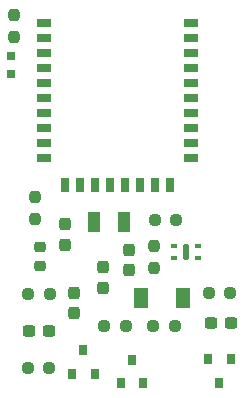
<source format=gbr>
G04 #@! TF.GenerationSoftware,KiCad,Pcbnew,(6.0.0)*
G04 #@! TF.CreationDate,2022-04-30T09:15:09+02:00*
G04 #@! TF.ProjectId,parasite,70617261-7369-4746-952e-6b696361645f,1.2.0*
G04 #@! TF.SameCoordinates,Original*
G04 #@! TF.FileFunction,Paste,Top*
G04 #@! TF.FilePolarity,Positive*
%FSLAX46Y46*%
G04 Gerber Fmt 4.6, Leading zero omitted, Abs format (unit mm)*
G04 Created by KiCad (PCBNEW (6.0.0)) date 2022-04-30 09:15:09*
%MOMM*%
%LPD*%
G01*
G04 APERTURE LIST*
G04 Aperture macros list*
%AMRoundRect*
0 Rectangle with rounded corners*
0 $1 Rounding radius*
0 $2 $3 $4 $5 $6 $7 $8 $9 X,Y pos of 4 corners*
0 Add a 4 corners polygon primitive as box body*
4,1,4,$2,$3,$4,$5,$6,$7,$8,$9,$2,$3,0*
0 Add four circle primitives for the rounded corners*
1,1,$1+$1,$2,$3*
1,1,$1+$1,$4,$5*
1,1,$1+$1,$6,$7*
1,1,$1+$1,$8,$9*
0 Add four rect primitives between the rounded corners*
20,1,$1+$1,$2,$3,$4,$5,0*
20,1,$1+$1,$4,$5,$6,$7,0*
20,1,$1+$1,$6,$7,$8,$9,0*
20,1,$1+$1,$8,$9,$2,$3,0*%
G04 Aperture macros list end*
%ADD10RoundRect,0.237500X0.237500X-0.300000X0.237500X0.300000X-0.237500X0.300000X-0.237500X-0.300000X0*%
%ADD11RoundRect,0.237500X0.300000X0.237500X-0.300000X0.237500X-0.300000X-0.237500X0.300000X-0.237500X0*%
%ADD12RoundRect,0.237500X-0.237500X0.300000X-0.237500X-0.300000X0.237500X-0.300000X0.237500X0.300000X0*%
%ADD13RoundRect,0.237500X-0.300000X-0.237500X0.300000X-0.237500X0.300000X0.237500X-0.300000X0.237500X0*%
%ADD14RoundRect,0.237500X0.237500X-0.250000X0.237500X0.250000X-0.237500X0.250000X-0.237500X-0.250000X0*%
%ADD15RoundRect,0.237500X0.250000X0.237500X-0.250000X0.237500X-0.250000X-0.237500X0.250000X-0.237500X0*%
%ADD16R,0.800000X0.900000*%
%ADD17RoundRect,0.237500X-0.250000X-0.237500X0.250000X-0.237500X0.250000X0.237500X-0.250000X0.237500X0*%
%ADD18RoundRect,0.237500X-0.237500X0.250000X-0.237500X-0.250000X0.237500X-0.250000X0.237500X0.250000X0*%
%ADD19R,1.000000X1.800000*%
%ADD20RoundRect,0.218750X0.256250X-0.218750X0.256250X0.218750X-0.256250X0.218750X-0.256250X-0.218750X0*%
%ADD21RoundRect,0.087500X0.187500X0.087500X-0.187500X0.087500X-0.187500X-0.087500X0.187500X-0.087500X0*%
%ADD22RoundRect,0.087500X-0.187500X-0.087500X0.187500X-0.087500X0.187500X0.087500X-0.187500X0.087500X0*%
%ADD23RoundRect,0.125000X0.125000X0.575000X-0.125000X0.575000X-0.125000X-0.575000X0.125000X-0.575000X0*%
%ADD24R,1.300000X1.700000*%
%ADD25R,1.200000X0.650000*%
%ADD26R,0.650000X1.200000*%
%ADD27R,0.800000X0.800000*%
G04 APERTURE END LIST*
D10*
X63290000Y-55742500D03*
X63290000Y-54017500D03*
D11*
X61222500Y-57280000D03*
X59497500Y-57280000D03*
D10*
X65760000Y-53592500D03*
X65760000Y-51867500D03*
D12*
X62550000Y-48227500D03*
X62550000Y-49952500D03*
D13*
X74887500Y-56630000D03*
X76612500Y-56630000D03*
D10*
X67940000Y-52102500D03*
X67940000Y-50377500D03*
D14*
X70060000Y-51912500D03*
X70060000Y-50087500D03*
D15*
X71832500Y-56820000D03*
X70007500Y-56820000D03*
X61222500Y-60410000D03*
X59397500Y-60410000D03*
D16*
X63150000Y-60900000D03*
X65050000Y-60900000D03*
X64100000Y-58900000D03*
D17*
X65867500Y-56830000D03*
X67692500Y-56830000D03*
X59407500Y-54180000D03*
X61232500Y-54180000D03*
D18*
X59990000Y-45957500D03*
X59990000Y-47782500D03*
D16*
X76560000Y-59640000D03*
X74660000Y-59640000D03*
X75610000Y-61640000D03*
D19*
X65000000Y-48000000D03*
X67500000Y-48000000D03*
D20*
X60450000Y-51767500D03*
X60450000Y-50192500D03*
D15*
X71972500Y-47860000D03*
X70147500Y-47860000D03*
D17*
X74707500Y-54090000D03*
X76532500Y-54090000D03*
D16*
X67260000Y-61690000D03*
X69160000Y-61690000D03*
X68210000Y-59690000D03*
D21*
X73825000Y-50100000D03*
D22*
X71775000Y-51100000D03*
X71775000Y-50100000D03*
D21*
X73825000Y-51100000D03*
D23*
X72800000Y-50600000D03*
D24*
X72510000Y-54460000D03*
X69010000Y-54460000D03*
D25*
X60781000Y-31170000D03*
X60781000Y-32440000D03*
X60781000Y-33710000D03*
X60781000Y-34980000D03*
X60781000Y-36250000D03*
X60781000Y-37520000D03*
X60781000Y-38790000D03*
X60781000Y-40060000D03*
X60781000Y-41330000D03*
X60781000Y-42600000D03*
D26*
X62530000Y-44919000D03*
X63800000Y-44919000D03*
X65070000Y-44919000D03*
X66340000Y-44919000D03*
X67610000Y-44919000D03*
X68880000Y-44919000D03*
X70150000Y-44919000D03*
X71420000Y-44919000D03*
D25*
X73219000Y-42600000D03*
X73219000Y-41330000D03*
X73219000Y-40060000D03*
X73219000Y-38790000D03*
X73219000Y-37520000D03*
X73219000Y-36250000D03*
X73219000Y-34980000D03*
X73219000Y-33710000D03*
X73219000Y-32440000D03*
X73219000Y-31170000D03*
D14*
X58250000Y-32342500D03*
X58250000Y-30517500D03*
D27*
X57930000Y-35507500D03*
X57930000Y-34007500D03*
M02*

</source>
